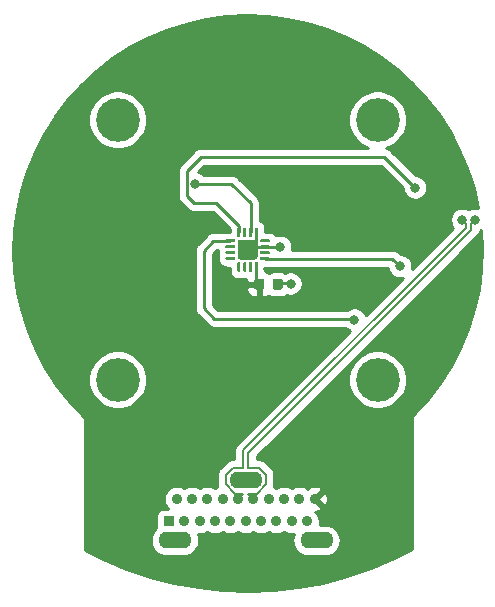
<source format=gbr>
%TF.GenerationSoftware,KiCad,Pcbnew,(5.1.12)-1*%
%TF.CreationDate,2021-11-30T21:21:33-06:00*%
%TF.ProjectId,MA710_encoder,4d413731-305f-4656-9e63-6f6465722e6b,rev?*%
%TF.SameCoordinates,Original*%
%TF.FileFunction,Copper,L2,Bot*%
%TF.FilePolarity,Positive*%
%FSLAX46Y46*%
G04 Gerber Fmt 4.6, Leading zero omitted, Abs format (unit mm)*
G04 Created by KiCad (PCBNEW (5.1.12)-1) date 2021-11-30 21:21:33*
%MOMM*%
%LPD*%
G01*
G04 APERTURE LIST*
%TA.AperFunction,ComponentPad*%
%ADD10R,0.900000X0.900000*%
%TD*%
%TA.AperFunction,ComponentPad*%
%ADD11C,0.900000*%
%TD*%
%TA.AperFunction,ComponentPad*%
%ADD12O,2.800000X1.400000*%
%TD*%
%TA.AperFunction,ViaPad*%
%ADD13C,3.700000*%
%TD*%
%TA.AperFunction,ViaPad*%
%ADD14C,0.800000*%
%TD*%
%TA.AperFunction,Conductor*%
%ADD15C,0.250000*%
%TD*%
%TA.AperFunction,Conductor*%
%ADD16C,0.200000*%
%TD*%
%TA.AperFunction,Conductor*%
%ADD17C,0.254000*%
%TD*%
%TA.AperFunction,Conductor*%
%ADD18C,0.100000*%
%TD*%
G04 APERTURE END LIST*
D10*
%TO.P,J4,1*%
%TO.N,SPI6_MISO_+*%
X157838000Y-138501000D03*
D11*
%TO.P,J4,2*%
%TO.N,GND*%
X158488000Y-136581000D03*
%TO.P,J4,3*%
%TO.N,SPI6_MISO_-*%
X159138000Y-138501000D03*
%TO.P,J4,4*%
%TO.N,SPI6_MOSI_+*%
X159788000Y-136581000D03*
%TO.P,J4,5*%
%TO.N,GND*%
X160438000Y-138501000D03*
%TO.P,J4,6*%
%TO.N,SPI6_MOSI_-*%
X161088000Y-136581000D03*
%TO.P,J4,7*%
%TO.N,SPI6_SCK_+*%
X161738000Y-138501000D03*
%TO.P,J4,8*%
%TO.N,GND*%
X162388000Y-136581000D03*
%TO.P,J4,9*%
%TO.N,SPI6_SCK_-*%
X163038000Y-138501000D03*
%TO.P,J4,10*%
%TO.N,SPI6_nSS_+*%
X163688000Y-136581000D03*
%TO.P,J4,11*%
%TO.N,GND*%
X164338000Y-138501000D03*
%TO.P,J4,12*%
%TO.N,SPI6_nSS_-*%
X164988000Y-136581000D03*
%TO.P,J4,13*%
%TO.N,N/C*%
X165638000Y-138501000D03*
%TO.P,J4,14*%
X166288000Y-136581000D03*
%TO.P,J4,15*%
X166938000Y-138501000D03*
%TO.P,J4,16*%
X167588000Y-136581000D03*
%TO.P,J4,17*%
X168238000Y-138501000D03*
%TO.P,J4,18*%
X168888000Y-136581000D03*
%TO.P,J4,19*%
%TO.N,GND*%
X169538000Y-138501000D03*
%TO.P,J4,20*%
%TO.N,+3V3*%
X170188000Y-136581000D03*
D12*
%TO.P,J4,SH3*%
%TO.N,N/C*%
X164338000Y-134961000D03*
%TO.P,J4,SH2*%
X170338000Y-140121000D03*
%TO.P,J4,SH1*%
X158338000Y-140121000D03*
%TD*%
%TO.P,U1,16*%
%TO.N,N/C*%
%TA.AperFunction,SMDPad,CuDef*%
G36*
G01*
X163625000Y-117312500D02*
X163625000Y-116612500D01*
G75*
G02*
X163687500Y-116550000I62500J0D01*
G01*
X163812500Y-116550000D01*
G75*
G02*
X163875000Y-116612500I0J-62500D01*
G01*
X163875000Y-117312500D01*
G75*
G02*
X163812500Y-117375000I-62500J0D01*
G01*
X163687500Y-117375000D01*
G75*
G02*
X163625000Y-117312500I0J62500D01*
G01*
G37*
%TD.AperFunction*%
%TO.P,U1,15*%
%TA.AperFunction,SMDPad,CuDef*%
G36*
G01*
X164125000Y-117312500D02*
X164125000Y-116612500D01*
G75*
G02*
X164187500Y-116550000I62500J0D01*
G01*
X164312500Y-116550000D01*
G75*
G02*
X164375000Y-116612500I0J-62500D01*
G01*
X164375000Y-117312500D01*
G75*
G02*
X164312500Y-117375000I-62500J0D01*
G01*
X164187500Y-117375000D01*
G75*
G02*
X164125000Y-117312500I0J62500D01*
G01*
G37*
%TD.AperFunction*%
%TO.P,U1,14*%
%TA.AperFunction,SMDPad,CuDef*%
G36*
G01*
X164625000Y-117312500D02*
X164625000Y-116612500D01*
G75*
G02*
X164687500Y-116550000I62500J0D01*
G01*
X164812500Y-116550000D01*
G75*
G02*
X164875000Y-116612500I0J-62500D01*
G01*
X164875000Y-117312500D01*
G75*
G02*
X164812500Y-117375000I-62500J0D01*
G01*
X164687500Y-117375000D01*
G75*
G02*
X164625000Y-117312500I0J62500D01*
G01*
G37*
%TD.AperFunction*%
%TO.P,U1,13*%
%TO.N,+3V3*%
%TA.AperFunction,SMDPad,CuDef*%
G36*
G01*
X165125000Y-117312500D02*
X165125000Y-116612500D01*
G75*
G02*
X165187500Y-116550000I62500J0D01*
G01*
X165312500Y-116550000D01*
G75*
G02*
X165375000Y-116612500I0J-62500D01*
G01*
X165375000Y-117312500D01*
G75*
G02*
X165312500Y-117375000I-62500J0D01*
G01*
X165187500Y-117375000D01*
G75*
G02*
X165125000Y-117312500I0J62500D01*
G01*
G37*
%TD.AperFunction*%
%TO.P,U1,12*%
%TO.N,SPI6_SCK*%
%TA.AperFunction,SMDPad,CuDef*%
G36*
G01*
X165550000Y-116312500D02*
X165550000Y-116187500D01*
G75*
G02*
X165612500Y-116125000I62500J0D01*
G01*
X166312500Y-116125000D01*
G75*
G02*
X166375000Y-116187500I0J-62500D01*
G01*
X166375000Y-116312500D01*
G75*
G02*
X166312500Y-116375000I-62500J0D01*
G01*
X165612500Y-116375000D01*
G75*
G02*
X165550000Y-116312500I0J62500D01*
G01*
G37*
%TD.AperFunction*%
%TO.P,U1,11*%
%TO.N,N/C*%
%TA.AperFunction,SMDPad,CuDef*%
G36*
G01*
X165550000Y-115812500D02*
X165550000Y-115687500D01*
G75*
G02*
X165612500Y-115625000I62500J0D01*
G01*
X166312500Y-115625000D01*
G75*
G02*
X166375000Y-115687500I0J-62500D01*
G01*
X166375000Y-115812500D01*
G75*
G02*
X166312500Y-115875000I-62500J0D01*
G01*
X165612500Y-115875000D01*
G75*
G02*
X165550000Y-115812500I0J62500D01*
G01*
G37*
%TD.AperFunction*%
%TO.P,U1,10*%
%TO.N,GND*%
%TA.AperFunction,SMDPad,CuDef*%
G36*
G01*
X165550000Y-115312500D02*
X165550000Y-115187500D01*
G75*
G02*
X165612500Y-115125000I62500J0D01*
G01*
X166312500Y-115125000D01*
G75*
G02*
X166375000Y-115187500I0J-62500D01*
G01*
X166375000Y-115312500D01*
G75*
G02*
X166312500Y-115375000I-62500J0D01*
G01*
X165612500Y-115375000D01*
G75*
G02*
X165550000Y-115312500I0J62500D01*
G01*
G37*
%TD.AperFunction*%
%TO.P,U1,9*%
%TO.N,N/C*%
%TA.AperFunction,SMDPad,CuDef*%
G36*
G01*
X165550000Y-114812500D02*
X165550000Y-114687500D01*
G75*
G02*
X165612500Y-114625000I62500J0D01*
G01*
X166312500Y-114625000D01*
G75*
G02*
X166375000Y-114687500I0J-62500D01*
G01*
X166375000Y-114812500D01*
G75*
G02*
X166312500Y-114875000I-62500J0D01*
G01*
X165612500Y-114875000D01*
G75*
G02*
X165550000Y-114812500I0J62500D01*
G01*
G37*
%TD.AperFunction*%
%TO.P,U1,8*%
%TO.N,GND*%
%TA.AperFunction,SMDPad,CuDef*%
G36*
G01*
X165125000Y-114387500D02*
X165125000Y-113687500D01*
G75*
G02*
X165187500Y-113625000I62500J0D01*
G01*
X165312500Y-113625000D01*
G75*
G02*
X165375000Y-113687500I0J-62500D01*
G01*
X165375000Y-114387500D01*
G75*
G02*
X165312500Y-114450000I-62500J0D01*
G01*
X165187500Y-114450000D01*
G75*
G02*
X165125000Y-114387500I0J62500D01*
G01*
G37*
%TD.AperFunction*%
%TO.P,U1,7*%
%TO.N,SPI6_MISO*%
%TA.AperFunction,SMDPad,CuDef*%
G36*
G01*
X164625000Y-114387500D02*
X164625000Y-113687500D01*
G75*
G02*
X164687500Y-113625000I62500J0D01*
G01*
X164812500Y-113625000D01*
G75*
G02*
X164875000Y-113687500I0J-62500D01*
G01*
X164875000Y-114387500D01*
G75*
G02*
X164812500Y-114450000I-62500J0D01*
G01*
X164687500Y-114450000D01*
G75*
G02*
X164625000Y-114387500I0J62500D01*
G01*
G37*
%TD.AperFunction*%
%TO.P,U1,6*%
%TO.N,N/C*%
%TA.AperFunction,SMDPad,CuDef*%
G36*
G01*
X164125000Y-114387500D02*
X164125000Y-113687500D01*
G75*
G02*
X164187500Y-113625000I62500J0D01*
G01*
X164312500Y-113625000D01*
G75*
G02*
X164375000Y-113687500I0J-62500D01*
G01*
X164375000Y-114387500D01*
G75*
G02*
X164312500Y-114450000I-62500J0D01*
G01*
X164187500Y-114450000D01*
G75*
G02*
X164125000Y-114387500I0J62500D01*
G01*
G37*
%TD.AperFunction*%
%TO.P,U1,5*%
%TO.N,SPI6_nSS*%
%TA.AperFunction,SMDPad,CuDef*%
G36*
G01*
X163625000Y-114387500D02*
X163625000Y-113687500D01*
G75*
G02*
X163687500Y-113625000I62500J0D01*
G01*
X163812500Y-113625000D01*
G75*
G02*
X163875000Y-113687500I0J-62500D01*
G01*
X163875000Y-114387500D01*
G75*
G02*
X163812500Y-114450000I-62500J0D01*
G01*
X163687500Y-114450000D01*
G75*
G02*
X163625000Y-114387500I0J62500D01*
G01*
G37*
%TD.AperFunction*%
%TO.P,U1,4*%
%TO.N,SPI6_MOSI*%
%TA.AperFunction,SMDPad,CuDef*%
G36*
G01*
X162625000Y-114812500D02*
X162625000Y-114687500D01*
G75*
G02*
X162687500Y-114625000I62500J0D01*
G01*
X163387500Y-114625000D01*
G75*
G02*
X163450000Y-114687500I0J-62500D01*
G01*
X163450000Y-114812500D01*
G75*
G02*
X163387500Y-114875000I-62500J0D01*
G01*
X162687500Y-114875000D01*
G75*
G02*
X162625000Y-114812500I0J62500D01*
G01*
G37*
%TD.AperFunction*%
%TO.P,U1,3*%
%TO.N,N/C*%
%TA.AperFunction,SMDPad,CuDef*%
G36*
G01*
X162625000Y-115312500D02*
X162625000Y-115187500D01*
G75*
G02*
X162687500Y-115125000I62500J0D01*
G01*
X163387500Y-115125000D01*
G75*
G02*
X163450000Y-115187500I0J-62500D01*
G01*
X163450000Y-115312500D01*
G75*
G02*
X163387500Y-115375000I-62500J0D01*
G01*
X162687500Y-115375000D01*
G75*
G02*
X162625000Y-115312500I0J62500D01*
G01*
G37*
%TD.AperFunction*%
%TO.P,U1,2*%
%TA.AperFunction,SMDPad,CuDef*%
G36*
G01*
X162625000Y-115812500D02*
X162625000Y-115687500D01*
G75*
G02*
X162687500Y-115625000I62500J0D01*
G01*
X163387500Y-115625000D01*
G75*
G02*
X163450000Y-115687500I0J-62500D01*
G01*
X163450000Y-115812500D01*
G75*
G02*
X163387500Y-115875000I-62500J0D01*
G01*
X162687500Y-115875000D01*
G75*
G02*
X162625000Y-115812500I0J62500D01*
G01*
G37*
%TD.AperFunction*%
%TO.P,U1,1*%
%TA.AperFunction,SMDPad,CuDef*%
G36*
G01*
X162625000Y-116312500D02*
X162625000Y-116187500D01*
G75*
G02*
X162687500Y-116125000I62500J0D01*
G01*
X163387500Y-116125000D01*
G75*
G02*
X163450000Y-116187500I0J-62500D01*
G01*
X163450000Y-116312500D01*
G75*
G02*
X163387500Y-116375000I-62500J0D01*
G01*
X162687500Y-116375000D01*
G75*
G02*
X162625000Y-116312500I0J62500D01*
G01*
G37*
%TD.AperFunction*%
%TO.P,U1,17*%
%TO.N,GND*%
%TA.AperFunction,SMDPad,CuDef*%
G36*
G01*
X163650000Y-116100000D02*
X163650000Y-114900000D01*
G75*
G02*
X163900000Y-114650000I250000J0D01*
G01*
X165100000Y-114650000D01*
G75*
G02*
X165350000Y-114900000I0J-250000D01*
G01*
X165350000Y-116100000D01*
G75*
G02*
X165100000Y-116350000I-250000J0D01*
G01*
X163900000Y-116350000D01*
G75*
G02*
X163650000Y-116100000I0J250000D01*
G01*
G37*
%TD.AperFunction*%
%TD*%
%TO.P,C1,2*%
%TO.N,GND*%
%TA.AperFunction,SMDPad,CuDef*%
G36*
G01*
X166608340Y-118683750D02*
X166608340Y-118171250D01*
G75*
G02*
X166827090Y-117952500I218750J0D01*
G01*
X167264590Y-117952500D01*
G75*
G02*
X167483340Y-118171250I0J-218750D01*
G01*
X167483340Y-118683750D01*
G75*
G02*
X167264590Y-118902500I-218750J0D01*
G01*
X166827090Y-118902500D01*
G75*
G02*
X166608340Y-118683750I0J218750D01*
G01*
G37*
%TD.AperFunction*%
%TO.P,C1,1*%
%TO.N,+3V3*%
%TA.AperFunction,SMDPad,CuDef*%
G36*
G01*
X165033340Y-118683750D02*
X165033340Y-118171250D01*
G75*
G02*
X165252090Y-117952500I218750J0D01*
G01*
X165689590Y-117952500D01*
G75*
G02*
X165908340Y-118171250I0J-218750D01*
G01*
X165908340Y-118683750D01*
G75*
G02*
X165689590Y-118902500I-218750J0D01*
G01*
X165252090Y-118902500D01*
G75*
G02*
X165033340Y-118683750I0J218750D01*
G01*
G37*
%TD.AperFunction*%
%TD*%
D13*
%TO.N,*%
X175500000Y-104500000D03*
X175500000Y-126500000D03*
X153500000Y-126500000D03*
X153500000Y-104500000D03*
D14*
%TO.N,GND*%
X168148000Y-118364000D03*
X167259000Y-115252500D03*
%TO.N,+3V3*%
X159956500Y-98425000D03*
X172402500Y-109791500D03*
X168993767Y-117386460D03*
%TO.N,SPI6_nSS_-*%
X183722500Y-112966500D03*
%TO.N,SPI6_nSS_+*%
X182672500Y-112966500D03*
%TO.N,SPI6_MISO*%
X160083500Y-109918500D03*
%TO.N,SPI6_SCK*%
X177419000Y-116903500D03*
%TO.N,SPI6_nSS*%
X178689000Y-110236000D03*
%TO.N,SPI6_MOSI*%
X173545500Y-121412000D03*
%TD*%
D15*
%TO.N,GND*%
X164750000Y-115250000D02*
X164500000Y-115500000D01*
X165962500Y-115250000D02*
X164750000Y-115250000D01*
X165224990Y-114775010D02*
X164500000Y-115500000D01*
X165224990Y-114062510D02*
X165224990Y-114775010D01*
X165250000Y-114037500D02*
X165224990Y-114062510D01*
X168112440Y-118328440D02*
X168148000Y-118364000D01*
X167045840Y-118328440D02*
X168112440Y-118328440D01*
X167256500Y-115250000D02*
X167259000Y-115252500D01*
X165962500Y-115250000D02*
X167256500Y-115250000D01*
%TO.N,+3V3*%
X165250000Y-118107600D02*
X165470840Y-118328440D01*
X165250000Y-116962500D02*
X165250000Y-118107600D01*
D16*
%TO.N,SPI6_nSS_-*%
X164563000Y-133960990D02*
X164563000Y-132681200D01*
X164988000Y-136581000D02*
X164563000Y-136156000D01*
X164563000Y-136156000D02*
X165257227Y-136156000D01*
X165257227Y-136156000D02*
X166038010Y-135375217D01*
X166038010Y-135375217D02*
X166038010Y-134546783D01*
X166038010Y-134546783D02*
X165452217Y-133960990D01*
X165452217Y-133960990D02*
X164563000Y-133960990D01*
X183422500Y-113266500D02*
X183722500Y-112966500D01*
X164563000Y-132681200D02*
X183422500Y-113821700D01*
X183422500Y-113821700D02*
X183422500Y-113266500D01*
%TO.N,SPI6_nSS_+*%
X163688000Y-136581000D02*
X164113000Y-136156000D01*
X164113000Y-136156000D02*
X163418773Y-136156000D01*
X163418773Y-136156000D02*
X162637990Y-135375217D01*
X162637990Y-134546783D02*
X163223783Y-133960990D01*
X163223783Y-133960990D02*
X164113000Y-133960990D01*
X164113000Y-133960990D02*
X164113000Y-132494800D01*
X162637990Y-135375217D02*
X162637990Y-134546783D01*
X182972500Y-113266500D02*
X182672500Y-112966500D01*
X182972500Y-113635300D02*
X182972500Y-113266500D01*
X164113000Y-132494800D02*
X182972500Y-113635300D01*
D15*
%TO.N,SPI6_MISO*%
X164750000Y-114037500D02*
X164750000Y-111537000D01*
X163131500Y-109918500D02*
X160083500Y-109918500D01*
X164750000Y-111537000D02*
X163131500Y-109918500D01*
%TO.N,SPI6_SCK*%
X176765500Y-116250000D02*
X177419000Y-116903500D01*
X165962500Y-116250000D02*
X176765500Y-116250000D01*
%TO.N,SPI6_nSS*%
X163750000Y-114037500D02*
X163750000Y-113458000D01*
X163750000Y-113458000D02*
X161861500Y-111569500D01*
X161861500Y-111569500D02*
X159956500Y-111569500D01*
X159358499Y-110971499D02*
X159358499Y-108802001D01*
X159956500Y-111569500D02*
X159358499Y-110971499D01*
X159358499Y-108802001D02*
X160528000Y-107632500D01*
X176085500Y-107632500D02*
X178689000Y-110236000D01*
X160528000Y-107632500D02*
X176085500Y-107632500D01*
%TO.N,SPI6_MOSI*%
X173482000Y-121348500D02*
X173545500Y-121412000D01*
X161671000Y-121348500D02*
X173482000Y-121348500D01*
X160782000Y-120459500D02*
X161671000Y-121348500D01*
X160782000Y-115570000D02*
X160782000Y-120459500D01*
X161602000Y-114750000D02*
X160782000Y-115570000D01*
X163037500Y-114750000D02*
X161602000Y-114750000D01*
%TD*%
D17*
%TO.N,+3V3*%
X166127512Y-95727496D02*
X167844612Y-95944584D01*
X169536248Y-96310499D01*
X171189557Y-96822459D01*
X172791964Y-97476569D01*
X174331260Y-98267847D01*
X175795728Y-99190271D01*
X177174224Y-100236816D01*
X178456268Y-101399528D01*
X179632106Y-102669563D01*
X180692764Y-104037228D01*
X181630191Y-105492139D01*
X182437249Y-107023220D01*
X183107792Y-108618808D01*
X183636719Y-110266768D01*
X184020006Y-111954567D01*
X184022234Y-111970844D01*
X183824439Y-111931500D01*
X183620561Y-111931500D01*
X183420602Y-111971274D01*
X183232244Y-112049295D01*
X183197500Y-112072510D01*
X183162756Y-112049295D01*
X182974398Y-111971274D01*
X182774439Y-111931500D01*
X182570561Y-111931500D01*
X182370602Y-111971274D01*
X182182244Y-112049295D01*
X182012726Y-112162563D01*
X181868563Y-112306726D01*
X181755295Y-112476244D01*
X181677274Y-112664602D01*
X181637500Y-112864561D01*
X181637500Y-113068439D01*
X181677274Y-113268398D01*
X181755295Y-113456756D01*
X181868563Y-113626274D01*
X181905321Y-113663032D01*
X178426957Y-117141397D01*
X178454000Y-117005439D01*
X178454000Y-116801561D01*
X178414226Y-116601602D01*
X178336205Y-116413244D01*
X178222937Y-116243726D01*
X178078774Y-116099563D01*
X177909256Y-115986295D01*
X177720898Y-115908274D01*
X177520939Y-115868500D01*
X177458801Y-115868500D01*
X177329303Y-115739002D01*
X177305501Y-115709999D01*
X177189776Y-115615026D01*
X177057747Y-115544454D01*
X176914486Y-115500997D01*
X176802833Y-115490000D01*
X176802822Y-115490000D01*
X176765500Y-115486324D01*
X176728178Y-115490000D01*
X168267035Y-115490000D01*
X168294000Y-115354439D01*
X168294000Y-115150561D01*
X168254226Y-114950602D01*
X168176205Y-114762244D01*
X168062937Y-114592726D01*
X167918774Y-114448563D01*
X167749256Y-114335295D01*
X167560898Y-114257274D01*
X167360939Y-114217500D01*
X167157061Y-114217500D01*
X166957102Y-114257274D01*
X166885641Y-114286874D01*
X166807879Y-114192121D01*
X166701717Y-114104996D01*
X166580597Y-114040256D01*
X166449175Y-114000389D01*
X166312500Y-113986928D01*
X166013072Y-113986928D01*
X166013072Y-113687500D01*
X165999611Y-113550825D01*
X165959744Y-113419403D01*
X165895004Y-113298283D01*
X165807879Y-113192121D01*
X165701717Y-113104996D01*
X165580597Y-113040256D01*
X165510000Y-113018840D01*
X165510000Y-111574325D01*
X165513676Y-111537000D01*
X165510000Y-111499675D01*
X165510000Y-111499667D01*
X165499003Y-111388014D01*
X165455546Y-111244753D01*
X165384974Y-111112724D01*
X165290001Y-110996999D01*
X165261003Y-110973201D01*
X163695304Y-109407503D01*
X163671501Y-109378499D01*
X163555776Y-109283526D01*
X163423747Y-109212954D01*
X163280486Y-109169497D01*
X163168833Y-109158500D01*
X163168822Y-109158500D01*
X163131500Y-109154824D01*
X163094178Y-109158500D01*
X160787211Y-109158500D01*
X160743274Y-109114563D01*
X160573756Y-109001295D01*
X160385398Y-108923274D01*
X160324200Y-108911101D01*
X160842802Y-108392500D01*
X175770699Y-108392500D01*
X177654000Y-110275802D01*
X177654000Y-110337939D01*
X177693774Y-110537898D01*
X177771795Y-110726256D01*
X177885063Y-110895774D01*
X178029226Y-111039937D01*
X178198744Y-111153205D01*
X178387102Y-111231226D01*
X178587061Y-111271000D01*
X178790939Y-111271000D01*
X178990898Y-111231226D01*
X179179256Y-111153205D01*
X179348774Y-111039937D01*
X179492937Y-110895774D01*
X179606205Y-110726256D01*
X179684226Y-110537898D01*
X179724000Y-110337939D01*
X179724000Y-110134061D01*
X179684226Y-109934102D01*
X179606205Y-109745744D01*
X179492937Y-109576226D01*
X179348774Y-109432063D01*
X179179256Y-109318795D01*
X178990898Y-109240774D01*
X178790939Y-109201000D01*
X178728802Y-109201000D01*
X176649304Y-107121503D01*
X176625501Y-107092499D01*
X176509776Y-106997526D01*
X176377747Y-106926954D01*
X176237293Y-106884348D01*
X176677089Y-106702179D01*
X177084095Y-106430226D01*
X177430226Y-106084095D01*
X177702179Y-105677089D01*
X177889503Y-105224848D01*
X177985000Y-104744751D01*
X177985000Y-104255249D01*
X177889503Y-103775152D01*
X177702179Y-103322911D01*
X177430226Y-102915905D01*
X177084095Y-102569774D01*
X176677089Y-102297821D01*
X176224848Y-102110497D01*
X175744751Y-102015000D01*
X175255249Y-102015000D01*
X174775152Y-102110497D01*
X174322911Y-102297821D01*
X173915905Y-102569774D01*
X173569774Y-102915905D01*
X173297821Y-103322911D01*
X173110497Y-103775152D01*
X173015000Y-104255249D01*
X173015000Y-104744751D01*
X173110497Y-105224848D01*
X173297821Y-105677089D01*
X173569774Y-106084095D01*
X173915905Y-106430226D01*
X174322911Y-106702179D01*
X174734103Y-106872500D01*
X160565322Y-106872500D01*
X160527999Y-106868824D01*
X160490676Y-106872500D01*
X160490667Y-106872500D01*
X160379014Y-106883497D01*
X160235753Y-106926954D01*
X160103724Y-106997526D01*
X159987999Y-107092499D01*
X159964201Y-107121497D01*
X158847497Y-108238202D01*
X158818499Y-108262000D01*
X158794701Y-108290998D01*
X158794700Y-108290999D01*
X158723525Y-108377725D01*
X158652953Y-108509755D01*
X158609497Y-108653016D01*
X158594823Y-108802001D01*
X158598500Y-108839333D01*
X158598499Y-110934176D01*
X158594823Y-110971499D01*
X158598499Y-111008821D01*
X158598499Y-111008831D01*
X158609496Y-111120484D01*
X158643089Y-111231226D01*
X158652953Y-111263745D01*
X158723525Y-111395775D01*
X158763370Y-111444325D01*
X158818498Y-111511500D01*
X158847501Y-111535302D01*
X159392700Y-112080502D01*
X159416499Y-112109501D01*
X159445497Y-112133299D01*
X159532223Y-112204474D01*
X159609379Y-112245715D01*
X159664253Y-112275046D01*
X159807514Y-112318503D01*
X159919167Y-112329500D01*
X159919176Y-112329500D01*
X159956499Y-112333176D01*
X159993822Y-112329500D01*
X161546699Y-112329500D01*
X162986928Y-113769730D01*
X162986928Y-113986928D01*
X162687500Y-113986928D01*
X162656309Y-113990000D01*
X161639322Y-113990000D01*
X161601999Y-113986324D01*
X161564676Y-113990000D01*
X161564667Y-113990000D01*
X161453014Y-114000997D01*
X161323592Y-114040256D01*
X161309753Y-114044454D01*
X161177723Y-114115026D01*
X161154550Y-114134044D01*
X161061999Y-114209999D01*
X161038201Y-114238998D01*
X160271002Y-115006197D01*
X160241999Y-115029999D01*
X160195317Y-115086882D01*
X160147026Y-115145724D01*
X160089953Y-115252500D01*
X160076454Y-115277754D01*
X160032997Y-115421015D01*
X160022000Y-115532668D01*
X160022000Y-115532678D01*
X160018324Y-115570000D01*
X160022000Y-115607323D01*
X160022001Y-120422168D01*
X160018324Y-120459500D01*
X160022001Y-120496833D01*
X160032729Y-120605749D01*
X160032998Y-120608485D01*
X160076454Y-120751746D01*
X160147026Y-120883776D01*
X160218201Y-120970502D01*
X160242000Y-120999501D01*
X160270998Y-121023299D01*
X161107200Y-121859502D01*
X161130999Y-121888501D01*
X161246724Y-121983474D01*
X161378753Y-122054046D01*
X161522014Y-122097503D01*
X161633667Y-122108500D01*
X161633677Y-122108500D01*
X161671000Y-122112176D01*
X161708323Y-122108500D01*
X172778289Y-122108500D01*
X172885726Y-122215937D01*
X173055244Y-122329205D01*
X173185284Y-122383070D01*
X163618808Y-131949546D01*
X163590763Y-131972562D01*
X163498914Y-132084480D01*
X163459103Y-132158962D01*
X163430664Y-132212167D01*
X163388635Y-132350715D01*
X163374444Y-132494800D01*
X163378001Y-132530915D01*
X163378001Y-133225990D01*
X163259877Y-133225990D01*
X163223782Y-133222435D01*
X163187687Y-133225990D01*
X163187678Y-133225990D01*
X163079698Y-133236625D01*
X162941150Y-133278653D01*
X162813463Y-133346903D01*
X162701545Y-133438752D01*
X162678529Y-133466797D01*
X162143798Y-134001529D01*
X162115753Y-134024545D01*
X162023904Y-134136463D01*
X161966626Y-134243623D01*
X161955654Y-134264150D01*
X161913625Y-134402698D01*
X161899434Y-134546783D01*
X161902990Y-134582888D01*
X161902990Y-135339112D01*
X161899434Y-135375217D01*
X161913625Y-135519302D01*
X161921259Y-135544468D01*
X161936207Y-135593743D01*
X161874060Y-135619485D01*
X161738000Y-135710397D01*
X161601940Y-135619485D01*
X161404483Y-135537696D01*
X161194863Y-135496000D01*
X160981137Y-135496000D01*
X160771517Y-135537696D01*
X160574060Y-135619485D01*
X160438000Y-135710397D01*
X160301940Y-135619485D01*
X160104483Y-135537696D01*
X159894863Y-135496000D01*
X159681137Y-135496000D01*
X159471517Y-135537696D01*
X159274060Y-135619485D01*
X159138000Y-135710397D01*
X159001940Y-135619485D01*
X158804483Y-135537696D01*
X158594863Y-135496000D01*
X158381137Y-135496000D01*
X158171517Y-135537696D01*
X157974060Y-135619485D01*
X157796353Y-135738225D01*
X157645225Y-135889353D01*
X157526485Y-136067060D01*
X157444696Y-136264517D01*
X157403000Y-136474137D01*
X157403000Y-136687863D01*
X157444696Y-136897483D01*
X157526485Y-137094940D01*
X157645225Y-137272647D01*
X157785506Y-137412928D01*
X157388000Y-137412928D01*
X157263518Y-137425188D01*
X157143820Y-137461498D01*
X157033506Y-137520463D01*
X156936815Y-137599815D01*
X156857463Y-137696506D01*
X156798498Y-137806820D01*
X156762188Y-137926518D01*
X156749928Y-138051000D01*
X156749928Y-138951000D01*
X156762188Y-139075482D01*
X156771239Y-139105319D01*
X156689445Y-139172445D01*
X156522618Y-139375725D01*
X156398653Y-139607646D01*
X156322317Y-139859294D01*
X156296541Y-140121000D01*
X156322317Y-140382706D01*
X156398653Y-140634354D01*
X156522618Y-140866275D01*
X156689445Y-141069555D01*
X156892725Y-141236382D01*
X157124646Y-141360347D01*
X157376294Y-141436683D01*
X157572421Y-141456000D01*
X159103579Y-141456000D01*
X159299706Y-141436683D01*
X159551354Y-141360347D01*
X159783275Y-141236382D01*
X159986555Y-141069555D01*
X160153382Y-140866275D01*
X160277347Y-140634354D01*
X160353683Y-140382706D01*
X160379459Y-140121000D01*
X160353683Y-139859294D01*
X160277347Y-139607646D01*
X160258001Y-139571452D01*
X160331137Y-139586000D01*
X160544863Y-139586000D01*
X160754483Y-139544304D01*
X160951940Y-139462515D01*
X161088000Y-139371603D01*
X161224060Y-139462515D01*
X161421517Y-139544304D01*
X161631137Y-139586000D01*
X161844863Y-139586000D01*
X162054483Y-139544304D01*
X162251940Y-139462515D01*
X162388000Y-139371603D01*
X162524060Y-139462515D01*
X162721517Y-139544304D01*
X162931137Y-139586000D01*
X163144863Y-139586000D01*
X163354483Y-139544304D01*
X163551940Y-139462515D01*
X163688000Y-139371603D01*
X163824060Y-139462515D01*
X164021517Y-139544304D01*
X164231137Y-139586000D01*
X164444863Y-139586000D01*
X164654483Y-139544304D01*
X164851940Y-139462515D01*
X164988000Y-139371603D01*
X165124060Y-139462515D01*
X165321517Y-139544304D01*
X165531137Y-139586000D01*
X165744863Y-139586000D01*
X165954483Y-139544304D01*
X166151940Y-139462515D01*
X166288000Y-139371603D01*
X166424060Y-139462515D01*
X166621517Y-139544304D01*
X166831137Y-139586000D01*
X167044863Y-139586000D01*
X167254483Y-139544304D01*
X167451940Y-139462515D01*
X167588000Y-139371603D01*
X167724060Y-139462515D01*
X167921517Y-139544304D01*
X168131137Y-139586000D01*
X168344863Y-139586000D01*
X168417999Y-139571452D01*
X168398653Y-139607646D01*
X168322317Y-139859294D01*
X168296541Y-140121000D01*
X168322317Y-140382706D01*
X168398653Y-140634354D01*
X168522618Y-140866275D01*
X168689445Y-141069555D01*
X168892725Y-141236382D01*
X169124646Y-141360347D01*
X169376294Y-141436683D01*
X169572421Y-141456000D01*
X171103579Y-141456000D01*
X171299706Y-141436683D01*
X171551354Y-141360347D01*
X171783275Y-141236382D01*
X171986555Y-141069555D01*
X172153382Y-140866275D01*
X172277347Y-140634354D01*
X172353683Y-140382706D01*
X172379459Y-140121000D01*
X172353683Y-139859294D01*
X172277347Y-139607646D01*
X172153382Y-139375725D01*
X171986555Y-139172445D01*
X171783275Y-139005618D01*
X171551354Y-138881653D01*
X171299706Y-138805317D01*
X171103579Y-138786000D01*
X170587566Y-138786000D01*
X170623000Y-138607863D01*
X170623000Y-138394137D01*
X170581304Y-138184517D01*
X170499515Y-137987060D01*
X170380775Y-137809353D01*
X170238704Y-137667282D01*
X170272390Y-137667979D01*
X170482828Y-137630629D01*
X170681936Y-137552943D01*
X170721725Y-137531675D01*
X170750717Y-137323322D01*
X170188000Y-136760605D01*
X170173858Y-136774748D01*
X169994253Y-136595143D01*
X170008395Y-136581000D01*
X170367605Y-136581000D01*
X170930322Y-137143717D01*
X171138675Y-137114725D01*
X171224532Y-136919003D01*
X171270556Y-136710290D01*
X171274979Y-136496610D01*
X171237629Y-136286172D01*
X171159943Y-136087064D01*
X171138675Y-136047275D01*
X170930322Y-136018283D01*
X170367605Y-136581000D01*
X170008395Y-136581000D01*
X169994253Y-136566858D01*
X170173858Y-136387253D01*
X170188000Y-136401395D01*
X170750717Y-135838678D01*
X170721725Y-135630325D01*
X170526003Y-135544468D01*
X170317290Y-135498444D01*
X170103610Y-135494021D01*
X169893172Y-135531371D01*
X169694064Y-135609057D01*
X169654275Y-135630325D01*
X169631979Y-135790557D01*
X169579647Y-135738225D01*
X169401940Y-135619485D01*
X169204483Y-135537696D01*
X168994863Y-135496000D01*
X168781137Y-135496000D01*
X168571517Y-135537696D01*
X168374060Y-135619485D01*
X168238000Y-135710397D01*
X168101940Y-135619485D01*
X167904483Y-135537696D01*
X167694863Y-135496000D01*
X167481137Y-135496000D01*
X167271517Y-135537696D01*
X167074060Y-135619485D01*
X166938000Y-135710397D01*
X166801940Y-135619485D01*
X166739794Y-135593743D01*
X166762375Y-135519302D01*
X166773010Y-135411322D01*
X166773010Y-135411321D01*
X166776566Y-135375217D01*
X166773010Y-135339112D01*
X166773010Y-134582877D01*
X166776565Y-134546782D01*
X166773010Y-134510687D01*
X166773010Y-134510678D01*
X166762375Y-134402698D01*
X166720347Y-134264150D01*
X166652097Y-134136463D01*
X166560248Y-134024545D01*
X166532203Y-134001529D01*
X165997475Y-133466802D01*
X165974455Y-133438752D01*
X165862537Y-133346903D01*
X165734850Y-133278653D01*
X165596302Y-133236625D01*
X165488322Y-133225990D01*
X165452217Y-133222434D01*
X165416112Y-133225990D01*
X165298000Y-133225990D01*
X165298000Y-132985646D01*
X172028397Y-126255249D01*
X173015000Y-126255249D01*
X173015000Y-126744751D01*
X173110497Y-127224848D01*
X173297821Y-127677089D01*
X173569774Y-128084095D01*
X173915905Y-128430226D01*
X174322911Y-128702179D01*
X174775152Y-128889503D01*
X175255249Y-128985000D01*
X175744751Y-128985000D01*
X176224848Y-128889503D01*
X176677089Y-128702179D01*
X177084095Y-128430226D01*
X177430226Y-128084095D01*
X177702179Y-127677089D01*
X177889503Y-127224848D01*
X177985000Y-126744751D01*
X177985000Y-126255249D01*
X177889503Y-125775152D01*
X177702179Y-125322911D01*
X177430226Y-124915905D01*
X177084095Y-124569774D01*
X176677089Y-124297821D01*
X176224848Y-124110497D01*
X175744751Y-124015000D01*
X175255249Y-124015000D01*
X174775152Y-124110497D01*
X174322911Y-124297821D01*
X173915905Y-124569774D01*
X173569774Y-124915905D01*
X173297821Y-125322911D01*
X173110497Y-125775152D01*
X173015000Y-126255249D01*
X172028397Y-126255249D01*
X183916698Y-114366949D01*
X183944737Y-114343938D01*
X183967750Y-114315897D01*
X183967753Y-114315894D01*
X184036587Y-114232020D01*
X184104837Y-114104334D01*
X184146865Y-113965785D01*
X184152490Y-113908668D01*
X184212756Y-113883705D01*
X184263538Y-113849773D01*
X184339111Y-115398035D01*
X184272504Y-117127513D01*
X184055416Y-118844614D01*
X183689500Y-120536250D01*
X183177538Y-122189566D01*
X182523431Y-123791963D01*
X181732155Y-125331254D01*
X180809735Y-126795721D01*
X179763184Y-128174224D01*
X178613774Y-129441600D01*
X178601130Y-129451974D01*
X178518636Y-129552458D01*
X178457332Y-129667105D01*
X178419571Y-129791508D01*
X178410005Y-129888471D01*
X178408184Y-140819567D01*
X176862734Y-141621580D01*
X174916438Y-142456853D01*
X172914187Y-143147342D01*
X170866745Y-143689336D01*
X168785114Y-144079921D01*
X166680458Y-144317004D01*
X164564114Y-144399308D01*
X162447393Y-144326393D01*
X160341728Y-144098651D01*
X158258382Y-143717305D01*
X156208544Y-143184397D01*
X154203263Y-142502802D01*
X152253252Y-141676159D01*
X150711525Y-140884906D01*
X150739081Y-130039258D01*
X150729777Y-129942270D01*
X150692353Y-129817764D01*
X150631360Y-129702952D01*
X150549138Y-129602245D01*
X150533203Y-129589100D01*
X149367900Y-128330443D01*
X148307236Y-126962772D01*
X147851366Y-126255249D01*
X151015000Y-126255249D01*
X151015000Y-126744751D01*
X151110497Y-127224848D01*
X151297821Y-127677089D01*
X151569774Y-128084095D01*
X151915905Y-128430226D01*
X152322911Y-128702179D01*
X152775152Y-128889503D01*
X153255249Y-128985000D01*
X153744751Y-128985000D01*
X154224848Y-128889503D01*
X154677089Y-128702179D01*
X155084095Y-128430226D01*
X155430226Y-128084095D01*
X155702179Y-127677089D01*
X155889503Y-127224848D01*
X155985000Y-126744751D01*
X155985000Y-126255249D01*
X155889503Y-125775152D01*
X155702179Y-125322911D01*
X155430226Y-124915905D01*
X155084095Y-124569774D01*
X154677089Y-124297821D01*
X154224848Y-124110497D01*
X153744751Y-124015000D01*
X153255249Y-124015000D01*
X152775152Y-124110497D01*
X152322911Y-124297821D01*
X151915905Y-124569774D01*
X151569774Y-124915905D01*
X151297821Y-125322911D01*
X151110497Y-125775152D01*
X151015000Y-126255249D01*
X147851366Y-126255249D01*
X147369806Y-125507857D01*
X146562749Y-123976776D01*
X145892208Y-122381192D01*
X145363280Y-120733230D01*
X144979994Y-119045433D01*
X144745269Y-117330669D01*
X144660889Y-115601965D01*
X144727496Y-113872488D01*
X144944584Y-112155388D01*
X145310499Y-110463752D01*
X145822459Y-108810443D01*
X146476569Y-107208036D01*
X147267847Y-105668740D01*
X148158162Y-104255249D01*
X151015000Y-104255249D01*
X151015000Y-104744751D01*
X151110497Y-105224848D01*
X151297821Y-105677089D01*
X151569774Y-106084095D01*
X151915905Y-106430226D01*
X152322911Y-106702179D01*
X152775152Y-106889503D01*
X153255249Y-106985000D01*
X153744751Y-106985000D01*
X154224848Y-106889503D01*
X154677089Y-106702179D01*
X155084095Y-106430226D01*
X155430226Y-106084095D01*
X155702179Y-105677089D01*
X155889503Y-105224848D01*
X155985000Y-104744751D01*
X155985000Y-104255249D01*
X155889503Y-103775152D01*
X155702179Y-103322911D01*
X155430226Y-102915905D01*
X155084095Y-102569774D01*
X154677089Y-102297821D01*
X154224848Y-102110497D01*
X153744751Y-102015000D01*
X153255249Y-102015000D01*
X152775152Y-102110497D01*
X152322911Y-102297821D01*
X151915905Y-102569774D01*
X151569774Y-102915905D01*
X151297821Y-103322911D01*
X151110497Y-103775152D01*
X151015000Y-104255249D01*
X148158162Y-104255249D01*
X148190271Y-104204272D01*
X149236816Y-102825776D01*
X150399528Y-101543732D01*
X151669563Y-100367894D01*
X153037228Y-99307236D01*
X154492139Y-98369809D01*
X156023220Y-97562751D01*
X157618808Y-96892208D01*
X159266768Y-96363281D01*
X160954567Y-95979994D01*
X162669331Y-95745269D01*
X164398035Y-95660889D01*
X166127512Y-95727496D01*
%TA.AperFunction,Conductor*%
D18*
G36*
X166127512Y-95727496D02*
G01*
X167844612Y-95944584D01*
X169536248Y-96310499D01*
X171189557Y-96822459D01*
X172791964Y-97476569D01*
X174331260Y-98267847D01*
X175795728Y-99190271D01*
X177174224Y-100236816D01*
X178456268Y-101399528D01*
X179632106Y-102669563D01*
X180692764Y-104037228D01*
X181630191Y-105492139D01*
X182437249Y-107023220D01*
X183107792Y-108618808D01*
X183636719Y-110266768D01*
X184020006Y-111954567D01*
X184022234Y-111970844D01*
X183824439Y-111931500D01*
X183620561Y-111931500D01*
X183420602Y-111971274D01*
X183232244Y-112049295D01*
X183197500Y-112072510D01*
X183162756Y-112049295D01*
X182974398Y-111971274D01*
X182774439Y-111931500D01*
X182570561Y-111931500D01*
X182370602Y-111971274D01*
X182182244Y-112049295D01*
X182012726Y-112162563D01*
X181868563Y-112306726D01*
X181755295Y-112476244D01*
X181677274Y-112664602D01*
X181637500Y-112864561D01*
X181637500Y-113068439D01*
X181677274Y-113268398D01*
X181755295Y-113456756D01*
X181868563Y-113626274D01*
X181905321Y-113663032D01*
X178426957Y-117141397D01*
X178454000Y-117005439D01*
X178454000Y-116801561D01*
X178414226Y-116601602D01*
X178336205Y-116413244D01*
X178222937Y-116243726D01*
X178078774Y-116099563D01*
X177909256Y-115986295D01*
X177720898Y-115908274D01*
X177520939Y-115868500D01*
X177458801Y-115868500D01*
X177329303Y-115739002D01*
X177305501Y-115709999D01*
X177189776Y-115615026D01*
X177057747Y-115544454D01*
X176914486Y-115500997D01*
X176802833Y-115490000D01*
X176802822Y-115490000D01*
X176765500Y-115486324D01*
X176728178Y-115490000D01*
X168267035Y-115490000D01*
X168294000Y-115354439D01*
X168294000Y-115150561D01*
X168254226Y-114950602D01*
X168176205Y-114762244D01*
X168062937Y-114592726D01*
X167918774Y-114448563D01*
X167749256Y-114335295D01*
X167560898Y-114257274D01*
X167360939Y-114217500D01*
X167157061Y-114217500D01*
X166957102Y-114257274D01*
X166885641Y-114286874D01*
X166807879Y-114192121D01*
X166701717Y-114104996D01*
X166580597Y-114040256D01*
X166449175Y-114000389D01*
X166312500Y-113986928D01*
X166013072Y-113986928D01*
X166013072Y-113687500D01*
X165999611Y-113550825D01*
X165959744Y-113419403D01*
X165895004Y-113298283D01*
X165807879Y-113192121D01*
X165701717Y-113104996D01*
X165580597Y-113040256D01*
X165510000Y-113018840D01*
X165510000Y-111574325D01*
X165513676Y-111537000D01*
X165510000Y-111499675D01*
X165510000Y-111499667D01*
X165499003Y-111388014D01*
X165455546Y-111244753D01*
X165384974Y-111112724D01*
X165290001Y-110996999D01*
X165261003Y-110973201D01*
X163695304Y-109407503D01*
X163671501Y-109378499D01*
X163555776Y-109283526D01*
X163423747Y-109212954D01*
X163280486Y-109169497D01*
X163168833Y-109158500D01*
X163168822Y-109158500D01*
X163131500Y-109154824D01*
X163094178Y-109158500D01*
X160787211Y-109158500D01*
X160743274Y-109114563D01*
X160573756Y-109001295D01*
X160385398Y-108923274D01*
X160324200Y-108911101D01*
X160842802Y-108392500D01*
X175770699Y-108392500D01*
X177654000Y-110275802D01*
X177654000Y-110337939D01*
X177693774Y-110537898D01*
X177771795Y-110726256D01*
X177885063Y-110895774D01*
X178029226Y-111039937D01*
X178198744Y-111153205D01*
X178387102Y-111231226D01*
X178587061Y-111271000D01*
X178790939Y-111271000D01*
X178990898Y-111231226D01*
X179179256Y-111153205D01*
X179348774Y-111039937D01*
X179492937Y-110895774D01*
X179606205Y-110726256D01*
X179684226Y-110537898D01*
X179724000Y-110337939D01*
X179724000Y-110134061D01*
X179684226Y-109934102D01*
X179606205Y-109745744D01*
X179492937Y-109576226D01*
X179348774Y-109432063D01*
X179179256Y-109318795D01*
X178990898Y-109240774D01*
X178790939Y-109201000D01*
X178728802Y-109201000D01*
X176649304Y-107121503D01*
X176625501Y-107092499D01*
X176509776Y-106997526D01*
X176377747Y-106926954D01*
X176237293Y-106884348D01*
X176677089Y-106702179D01*
X177084095Y-106430226D01*
X177430226Y-106084095D01*
X177702179Y-105677089D01*
X177889503Y-105224848D01*
X177985000Y-104744751D01*
X177985000Y-104255249D01*
X177889503Y-103775152D01*
X177702179Y-103322911D01*
X177430226Y-102915905D01*
X177084095Y-102569774D01*
X176677089Y-102297821D01*
X176224848Y-102110497D01*
X175744751Y-102015000D01*
X175255249Y-102015000D01*
X174775152Y-102110497D01*
X174322911Y-102297821D01*
X173915905Y-102569774D01*
X173569774Y-102915905D01*
X173297821Y-103322911D01*
X173110497Y-103775152D01*
X173015000Y-104255249D01*
X173015000Y-104744751D01*
X173110497Y-105224848D01*
X173297821Y-105677089D01*
X173569774Y-106084095D01*
X173915905Y-106430226D01*
X174322911Y-106702179D01*
X174734103Y-106872500D01*
X160565322Y-106872500D01*
X160527999Y-106868824D01*
X160490676Y-106872500D01*
X160490667Y-106872500D01*
X160379014Y-106883497D01*
X160235753Y-106926954D01*
X160103724Y-106997526D01*
X159987999Y-107092499D01*
X159964201Y-107121497D01*
X158847497Y-108238202D01*
X158818499Y-108262000D01*
X158794701Y-108290998D01*
X158794700Y-108290999D01*
X158723525Y-108377725D01*
X158652953Y-108509755D01*
X158609497Y-108653016D01*
X158594823Y-108802001D01*
X158598500Y-108839333D01*
X158598499Y-110934176D01*
X158594823Y-110971499D01*
X158598499Y-111008821D01*
X158598499Y-111008831D01*
X158609496Y-111120484D01*
X158643089Y-111231226D01*
X158652953Y-111263745D01*
X158723525Y-111395775D01*
X158763370Y-111444325D01*
X158818498Y-111511500D01*
X158847501Y-111535302D01*
X159392700Y-112080502D01*
X159416499Y-112109501D01*
X159445497Y-112133299D01*
X159532223Y-112204474D01*
X159609379Y-112245715D01*
X159664253Y-112275046D01*
X159807514Y-112318503D01*
X159919167Y-112329500D01*
X159919176Y-112329500D01*
X159956499Y-112333176D01*
X159993822Y-112329500D01*
X161546699Y-112329500D01*
X162986928Y-113769730D01*
X162986928Y-113986928D01*
X162687500Y-113986928D01*
X162656309Y-113990000D01*
X161639322Y-113990000D01*
X161601999Y-113986324D01*
X161564676Y-113990000D01*
X161564667Y-113990000D01*
X161453014Y-114000997D01*
X161323592Y-114040256D01*
X161309753Y-114044454D01*
X161177723Y-114115026D01*
X161154550Y-114134044D01*
X161061999Y-114209999D01*
X161038201Y-114238998D01*
X160271002Y-115006197D01*
X160241999Y-115029999D01*
X160195317Y-115086882D01*
X160147026Y-115145724D01*
X160089953Y-115252500D01*
X160076454Y-115277754D01*
X160032997Y-115421015D01*
X160022000Y-115532668D01*
X160022000Y-115532678D01*
X160018324Y-115570000D01*
X160022000Y-115607323D01*
X160022001Y-120422168D01*
X160018324Y-120459500D01*
X160022001Y-120496833D01*
X160032729Y-120605749D01*
X160032998Y-120608485D01*
X160076454Y-120751746D01*
X160147026Y-120883776D01*
X160218201Y-120970502D01*
X160242000Y-120999501D01*
X160270998Y-121023299D01*
X161107200Y-121859502D01*
X161130999Y-121888501D01*
X161246724Y-121983474D01*
X161378753Y-122054046D01*
X161522014Y-122097503D01*
X161633667Y-122108500D01*
X161633677Y-122108500D01*
X161671000Y-122112176D01*
X161708323Y-122108500D01*
X172778289Y-122108500D01*
X172885726Y-122215937D01*
X173055244Y-122329205D01*
X173185284Y-122383070D01*
X163618808Y-131949546D01*
X163590763Y-131972562D01*
X163498914Y-132084480D01*
X163459103Y-132158962D01*
X163430664Y-132212167D01*
X163388635Y-132350715D01*
X163374444Y-132494800D01*
X163378001Y-132530915D01*
X163378001Y-133225990D01*
X163259877Y-133225990D01*
X163223782Y-133222435D01*
X163187687Y-133225990D01*
X163187678Y-133225990D01*
X163079698Y-133236625D01*
X162941150Y-133278653D01*
X162813463Y-133346903D01*
X162701545Y-133438752D01*
X162678529Y-133466797D01*
X162143798Y-134001529D01*
X162115753Y-134024545D01*
X162023904Y-134136463D01*
X161966626Y-134243623D01*
X161955654Y-134264150D01*
X161913625Y-134402698D01*
X161899434Y-134546783D01*
X161902990Y-134582888D01*
X161902990Y-135339112D01*
X161899434Y-135375217D01*
X161913625Y-135519302D01*
X161921259Y-135544468D01*
X161936207Y-135593743D01*
X161874060Y-135619485D01*
X161738000Y-135710397D01*
X161601940Y-135619485D01*
X161404483Y-135537696D01*
X161194863Y-135496000D01*
X160981137Y-135496000D01*
X160771517Y-135537696D01*
X160574060Y-135619485D01*
X160438000Y-135710397D01*
X160301940Y-135619485D01*
X160104483Y-135537696D01*
X159894863Y-135496000D01*
X159681137Y-135496000D01*
X159471517Y-135537696D01*
X159274060Y-135619485D01*
X159138000Y-135710397D01*
X159001940Y-135619485D01*
X158804483Y-135537696D01*
X158594863Y-135496000D01*
X158381137Y-135496000D01*
X158171517Y-135537696D01*
X157974060Y-135619485D01*
X157796353Y-135738225D01*
X157645225Y-135889353D01*
X157526485Y-136067060D01*
X157444696Y-136264517D01*
X157403000Y-136474137D01*
X157403000Y-136687863D01*
X157444696Y-136897483D01*
X157526485Y-137094940D01*
X157645225Y-137272647D01*
X157785506Y-137412928D01*
X157388000Y-137412928D01*
X157263518Y-137425188D01*
X157143820Y-137461498D01*
X157033506Y-137520463D01*
X156936815Y-137599815D01*
X156857463Y-137696506D01*
X156798498Y-137806820D01*
X156762188Y-137926518D01*
X156749928Y-138051000D01*
X156749928Y-138951000D01*
X156762188Y-139075482D01*
X156771239Y-139105319D01*
X156689445Y-139172445D01*
X156522618Y-139375725D01*
X156398653Y-139607646D01*
X156322317Y-139859294D01*
X156296541Y-140121000D01*
X156322317Y-140382706D01*
X156398653Y-140634354D01*
X156522618Y-140866275D01*
X156689445Y-141069555D01*
X156892725Y-141236382D01*
X157124646Y-141360347D01*
X157376294Y-141436683D01*
X157572421Y-141456000D01*
X159103579Y-141456000D01*
X159299706Y-141436683D01*
X159551354Y-141360347D01*
X159783275Y-141236382D01*
X159986555Y-141069555D01*
X160153382Y-140866275D01*
X160277347Y-140634354D01*
X160353683Y-140382706D01*
X160379459Y-140121000D01*
X160353683Y-139859294D01*
X160277347Y-139607646D01*
X160258001Y-139571452D01*
X160331137Y-139586000D01*
X160544863Y-139586000D01*
X160754483Y-139544304D01*
X160951940Y-139462515D01*
X161088000Y-139371603D01*
X161224060Y-139462515D01*
X161421517Y-139544304D01*
X161631137Y-139586000D01*
X161844863Y-139586000D01*
X162054483Y-139544304D01*
X162251940Y-139462515D01*
X162388000Y-139371603D01*
X162524060Y-139462515D01*
X162721517Y-139544304D01*
X162931137Y-139586000D01*
X163144863Y-139586000D01*
X163354483Y-139544304D01*
X163551940Y-139462515D01*
X163688000Y-139371603D01*
X163824060Y-139462515D01*
X164021517Y-139544304D01*
X164231137Y-139586000D01*
X164444863Y-139586000D01*
X164654483Y-139544304D01*
X164851940Y-139462515D01*
X164988000Y-139371603D01*
X165124060Y-139462515D01*
X165321517Y-139544304D01*
X165531137Y-139586000D01*
X165744863Y-139586000D01*
X165954483Y-139544304D01*
X166151940Y-139462515D01*
X166288000Y-139371603D01*
X166424060Y-139462515D01*
X166621517Y-139544304D01*
X166831137Y-139586000D01*
X167044863Y-139586000D01*
X167254483Y-139544304D01*
X167451940Y-139462515D01*
X167588000Y-139371603D01*
X167724060Y-139462515D01*
X167921517Y-139544304D01*
X168131137Y-139586000D01*
X168344863Y-139586000D01*
X168417999Y-139571452D01*
X168398653Y-139607646D01*
X168322317Y-139859294D01*
X168296541Y-140121000D01*
X168322317Y-140382706D01*
X168398653Y-140634354D01*
X168522618Y-140866275D01*
X168689445Y-141069555D01*
X168892725Y-141236382D01*
X169124646Y-141360347D01*
X169376294Y-141436683D01*
X169572421Y-141456000D01*
X171103579Y-141456000D01*
X171299706Y-141436683D01*
X171551354Y-141360347D01*
X171783275Y-141236382D01*
X171986555Y-141069555D01*
X172153382Y-140866275D01*
X172277347Y-140634354D01*
X172353683Y-140382706D01*
X172379459Y-140121000D01*
X172353683Y-139859294D01*
X172277347Y-139607646D01*
X172153382Y-139375725D01*
X171986555Y-139172445D01*
X171783275Y-139005618D01*
X171551354Y-138881653D01*
X171299706Y-138805317D01*
X171103579Y-138786000D01*
X170587566Y-138786000D01*
X170623000Y-138607863D01*
X170623000Y-138394137D01*
X170581304Y-138184517D01*
X170499515Y-137987060D01*
X170380775Y-137809353D01*
X170238704Y-137667282D01*
X170272390Y-137667979D01*
X170482828Y-137630629D01*
X170681936Y-137552943D01*
X170721725Y-137531675D01*
X170750717Y-137323322D01*
X170188000Y-136760605D01*
X170173858Y-136774748D01*
X169994253Y-136595143D01*
X170008395Y-136581000D01*
X170367605Y-136581000D01*
X170930322Y-137143717D01*
X171138675Y-137114725D01*
X171224532Y-136919003D01*
X171270556Y-136710290D01*
X171274979Y-136496610D01*
X171237629Y-136286172D01*
X171159943Y-136087064D01*
X171138675Y-136047275D01*
X170930322Y-136018283D01*
X170367605Y-136581000D01*
X170008395Y-136581000D01*
X169994253Y-136566858D01*
X170173858Y-136387253D01*
X170188000Y-136401395D01*
X170750717Y-135838678D01*
X170721725Y-135630325D01*
X170526003Y-135544468D01*
X170317290Y-135498444D01*
X170103610Y-135494021D01*
X169893172Y-135531371D01*
X169694064Y-135609057D01*
X169654275Y-135630325D01*
X169631979Y-135790557D01*
X169579647Y-135738225D01*
X169401940Y-135619485D01*
X169204483Y-135537696D01*
X168994863Y-135496000D01*
X168781137Y-135496000D01*
X168571517Y-135537696D01*
X168374060Y-135619485D01*
X168238000Y-135710397D01*
X168101940Y-135619485D01*
X167904483Y-135537696D01*
X167694863Y-135496000D01*
X167481137Y-135496000D01*
X167271517Y-135537696D01*
X167074060Y-135619485D01*
X166938000Y-135710397D01*
X166801940Y-135619485D01*
X166739794Y-135593743D01*
X166762375Y-135519302D01*
X166773010Y-135411322D01*
X166773010Y-135411321D01*
X166776566Y-135375217D01*
X166773010Y-135339112D01*
X166773010Y-134582877D01*
X166776565Y-134546782D01*
X166773010Y-134510687D01*
X166773010Y-134510678D01*
X166762375Y-134402698D01*
X166720347Y-134264150D01*
X166652097Y-134136463D01*
X166560248Y-134024545D01*
X166532203Y-134001529D01*
X165997475Y-133466802D01*
X165974455Y-133438752D01*
X165862537Y-133346903D01*
X165734850Y-133278653D01*
X165596302Y-133236625D01*
X165488322Y-133225990D01*
X165452217Y-133222434D01*
X165416112Y-133225990D01*
X165298000Y-133225990D01*
X165298000Y-132985646D01*
X172028397Y-126255249D01*
X173015000Y-126255249D01*
X173015000Y-126744751D01*
X173110497Y-127224848D01*
X173297821Y-127677089D01*
X173569774Y-128084095D01*
X173915905Y-128430226D01*
X174322911Y-128702179D01*
X174775152Y-128889503D01*
X175255249Y-128985000D01*
X175744751Y-128985000D01*
X176224848Y-128889503D01*
X176677089Y-128702179D01*
X177084095Y-128430226D01*
X177430226Y-128084095D01*
X177702179Y-127677089D01*
X177889503Y-127224848D01*
X177985000Y-126744751D01*
X177985000Y-126255249D01*
X177889503Y-125775152D01*
X177702179Y-125322911D01*
X177430226Y-124915905D01*
X177084095Y-124569774D01*
X176677089Y-124297821D01*
X176224848Y-124110497D01*
X175744751Y-124015000D01*
X175255249Y-124015000D01*
X174775152Y-124110497D01*
X174322911Y-124297821D01*
X173915905Y-124569774D01*
X173569774Y-124915905D01*
X173297821Y-125322911D01*
X173110497Y-125775152D01*
X173015000Y-126255249D01*
X172028397Y-126255249D01*
X183916698Y-114366949D01*
X183944737Y-114343938D01*
X183967750Y-114315897D01*
X183967753Y-114315894D01*
X184036587Y-114232020D01*
X184104837Y-114104334D01*
X184146865Y-113965785D01*
X184152490Y-113908668D01*
X184212756Y-113883705D01*
X184263538Y-113849773D01*
X184339111Y-115398035D01*
X184272504Y-117127513D01*
X184055416Y-118844614D01*
X183689500Y-120536250D01*
X183177538Y-122189566D01*
X182523431Y-123791963D01*
X181732155Y-125331254D01*
X180809735Y-126795721D01*
X179763184Y-128174224D01*
X178613774Y-129441600D01*
X178601130Y-129451974D01*
X178518636Y-129552458D01*
X178457332Y-129667105D01*
X178419571Y-129791508D01*
X178410005Y-129888471D01*
X178408184Y-140819567D01*
X176862734Y-141621580D01*
X174916438Y-142456853D01*
X172914187Y-143147342D01*
X170866745Y-143689336D01*
X168785114Y-144079921D01*
X166680458Y-144317004D01*
X164564114Y-144399308D01*
X162447393Y-144326393D01*
X160341728Y-144098651D01*
X158258382Y-143717305D01*
X156208544Y-143184397D01*
X154203263Y-142502802D01*
X152253252Y-141676159D01*
X150711525Y-140884906D01*
X150739081Y-130039258D01*
X150729777Y-129942270D01*
X150692353Y-129817764D01*
X150631360Y-129702952D01*
X150549138Y-129602245D01*
X150533203Y-129589100D01*
X149367900Y-128330443D01*
X148307236Y-126962772D01*
X147851366Y-126255249D01*
X151015000Y-126255249D01*
X151015000Y-126744751D01*
X151110497Y-127224848D01*
X151297821Y-127677089D01*
X151569774Y-128084095D01*
X151915905Y-128430226D01*
X152322911Y-128702179D01*
X152775152Y-128889503D01*
X153255249Y-128985000D01*
X153744751Y-128985000D01*
X154224848Y-128889503D01*
X154677089Y-128702179D01*
X155084095Y-128430226D01*
X155430226Y-128084095D01*
X155702179Y-127677089D01*
X155889503Y-127224848D01*
X155985000Y-126744751D01*
X155985000Y-126255249D01*
X155889503Y-125775152D01*
X155702179Y-125322911D01*
X155430226Y-124915905D01*
X155084095Y-124569774D01*
X154677089Y-124297821D01*
X154224848Y-124110497D01*
X153744751Y-124015000D01*
X153255249Y-124015000D01*
X152775152Y-124110497D01*
X152322911Y-124297821D01*
X151915905Y-124569774D01*
X151569774Y-124915905D01*
X151297821Y-125322911D01*
X151110497Y-125775152D01*
X151015000Y-126255249D01*
X147851366Y-126255249D01*
X147369806Y-125507857D01*
X146562749Y-123976776D01*
X145892208Y-122381192D01*
X145363280Y-120733230D01*
X144979994Y-119045433D01*
X144745269Y-117330669D01*
X144660889Y-115601965D01*
X144727496Y-113872488D01*
X144944584Y-112155388D01*
X145310499Y-110463752D01*
X145822459Y-108810443D01*
X146476569Y-107208036D01*
X147267847Y-105668740D01*
X148158162Y-104255249D01*
X151015000Y-104255249D01*
X151015000Y-104744751D01*
X151110497Y-105224848D01*
X151297821Y-105677089D01*
X151569774Y-106084095D01*
X151915905Y-106430226D01*
X152322911Y-106702179D01*
X152775152Y-106889503D01*
X153255249Y-106985000D01*
X153744751Y-106985000D01*
X154224848Y-106889503D01*
X154677089Y-106702179D01*
X155084095Y-106430226D01*
X155430226Y-106084095D01*
X155702179Y-105677089D01*
X155889503Y-105224848D01*
X155985000Y-104744751D01*
X155985000Y-104255249D01*
X155889503Y-103775152D01*
X155702179Y-103322911D01*
X155430226Y-102915905D01*
X155084095Y-102569774D01*
X154677089Y-102297821D01*
X154224848Y-102110497D01*
X153744751Y-102015000D01*
X153255249Y-102015000D01*
X152775152Y-102110497D01*
X152322911Y-102297821D01*
X151915905Y-102569774D01*
X151569774Y-102915905D01*
X151297821Y-103322911D01*
X151110497Y-103775152D01*
X151015000Y-104255249D01*
X148158162Y-104255249D01*
X148190271Y-104204272D01*
X149236816Y-102825776D01*
X150399528Y-101543732D01*
X151669563Y-100367894D01*
X153037228Y-99307236D01*
X154492139Y-98369809D01*
X156023220Y-97562751D01*
X157618808Y-96892208D01*
X159266768Y-96363281D01*
X160954567Y-95979994D01*
X162669331Y-95745269D01*
X164398035Y-95660889D01*
X166127512Y-95727496D01*
G37*
%TD.AperFunction*%
D17*
X162000389Y-115550825D02*
X161986928Y-115687500D01*
X161986928Y-115812500D01*
X162000389Y-115949175D01*
X162015807Y-116000000D01*
X162000389Y-116050825D01*
X161986928Y-116187500D01*
X161986928Y-116312500D01*
X162000389Y-116449175D01*
X162040256Y-116580597D01*
X162104996Y-116701717D01*
X162192121Y-116807879D01*
X162298283Y-116895004D01*
X162419403Y-116959744D01*
X162550825Y-116999611D01*
X162687500Y-117013072D01*
X162986928Y-117013072D01*
X162986928Y-117312500D01*
X163000389Y-117449175D01*
X163040256Y-117580597D01*
X163104996Y-117701717D01*
X163192121Y-117807879D01*
X163298283Y-117895004D01*
X163419403Y-117959744D01*
X163550825Y-117999611D01*
X163687500Y-118013072D01*
X163812500Y-118013072D01*
X163949175Y-117999611D01*
X164000000Y-117984193D01*
X164050825Y-117999611D01*
X164187500Y-118013072D01*
X164312500Y-118013072D01*
X164396118Y-118004837D01*
X164398340Y-118141750D01*
X164557090Y-118300500D01*
X165343840Y-118300500D01*
X165343840Y-118280500D01*
X165597840Y-118280500D01*
X165597840Y-118300500D01*
X165617840Y-118300500D01*
X165617840Y-118554500D01*
X165597840Y-118554500D01*
X165597840Y-119378750D01*
X165756590Y-119537500D01*
X165908340Y-119540572D01*
X166032822Y-119528312D01*
X166152520Y-119492002D01*
X166262834Y-119433037D01*
X166329410Y-119378400D01*
X166351065Y-119396171D01*
X166499198Y-119475350D01*
X166659932Y-119524108D01*
X166827090Y-119540572D01*
X167264590Y-119540572D01*
X167431748Y-119524108D01*
X167592482Y-119475350D01*
X167740615Y-119396171D01*
X167805916Y-119342580D01*
X167846102Y-119359226D01*
X168046061Y-119399000D01*
X168249939Y-119399000D01*
X168449898Y-119359226D01*
X168638256Y-119281205D01*
X168807774Y-119167937D01*
X168951937Y-119023774D01*
X169065205Y-118854256D01*
X169143226Y-118665898D01*
X169183000Y-118465939D01*
X169183000Y-118262061D01*
X169143226Y-118062102D01*
X169065205Y-117873744D01*
X168951937Y-117704226D01*
X168807774Y-117560063D01*
X168638256Y-117446795D01*
X168449898Y-117368774D01*
X168249939Y-117329000D01*
X168046061Y-117329000D01*
X167846102Y-117368774D01*
X167691749Y-117432710D01*
X167592482Y-117379650D01*
X167431748Y-117330892D01*
X167264590Y-117314428D01*
X166827090Y-117314428D01*
X166659932Y-117330892D01*
X166499198Y-117379650D01*
X166351065Y-117458829D01*
X166329410Y-117476600D01*
X166262834Y-117421963D01*
X166152520Y-117362998D01*
X166032822Y-117326688D01*
X166011979Y-117324635D01*
X166010000Y-117248250D01*
X165851252Y-117089502D01*
X166010000Y-117089502D01*
X166010000Y-117013072D01*
X166312500Y-117013072D01*
X166343691Y-117010000D01*
X176384907Y-117010000D01*
X176423774Y-117205398D01*
X176501795Y-117393756D01*
X176615063Y-117563274D01*
X176759226Y-117707437D01*
X176928744Y-117820705D01*
X177117102Y-117898726D01*
X177317061Y-117938500D01*
X177520939Y-117938500D01*
X177656897Y-117911457D01*
X174516570Y-121051784D01*
X174462705Y-120921744D01*
X174349437Y-120752226D01*
X174205274Y-120608063D01*
X174035756Y-120494795D01*
X173847398Y-120416774D01*
X173647439Y-120377000D01*
X173443561Y-120377000D01*
X173243602Y-120416774D01*
X173055244Y-120494795D01*
X172915004Y-120588500D01*
X161985802Y-120588500D01*
X161542000Y-120144699D01*
X161542000Y-118902500D01*
X164395268Y-118902500D01*
X164407528Y-119026982D01*
X164443838Y-119146680D01*
X164502803Y-119256994D01*
X164582155Y-119353685D01*
X164678846Y-119433037D01*
X164789160Y-119492002D01*
X164908858Y-119528312D01*
X165033340Y-119540572D01*
X165185090Y-119537500D01*
X165343840Y-119378750D01*
X165343840Y-118554500D01*
X164557090Y-118554500D01*
X164398340Y-118713250D01*
X164395268Y-118902500D01*
X161542000Y-118902500D01*
X161542000Y-115884801D01*
X161916802Y-115510000D01*
X162012773Y-115510000D01*
X162000389Y-115550825D01*
%TA.AperFunction,Conductor*%
D18*
G36*
X162000389Y-115550825D02*
G01*
X161986928Y-115687500D01*
X161986928Y-115812500D01*
X162000389Y-115949175D01*
X162015807Y-116000000D01*
X162000389Y-116050825D01*
X161986928Y-116187500D01*
X161986928Y-116312500D01*
X162000389Y-116449175D01*
X162040256Y-116580597D01*
X162104996Y-116701717D01*
X162192121Y-116807879D01*
X162298283Y-116895004D01*
X162419403Y-116959744D01*
X162550825Y-116999611D01*
X162687500Y-117013072D01*
X162986928Y-117013072D01*
X162986928Y-117312500D01*
X163000389Y-117449175D01*
X163040256Y-117580597D01*
X163104996Y-117701717D01*
X163192121Y-117807879D01*
X163298283Y-117895004D01*
X163419403Y-117959744D01*
X163550825Y-117999611D01*
X163687500Y-118013072D01*
X163812500Y-118013072D01*
X163949175Y-117999611D01*
X164000000Y-117984193D01*
X164050825Y-117999611D01*
X164187500Y-118013072D01*
X164312500Y-118013072D01*
X164396118Y-118004837D01*
X164398340Y-118141750D01*
X164557090Y-118300500D01*
X165343840Y-118300500D01*
X165343840Y-118280500D01*
X165597840Y-118280500D01*
X165597840Y-118300500D01*
X165617840Y-118300500D01*
X165617840Y-118554500D01*
X165597840Y-118554500D01*
X165597840Y-119378750D01*
X165756590Y-119537500D01*
X165908340Y-119540572D01*
X166032822Y-119528312D01*
X166152520Y-119492002D01*
X166262834Y-119433037D01*
X166329410Y-119378400D01*
X166351065Y-119396171D01*
X166499198Y-119475350D01*
X166659932Y-119524108D01*
X166827090Y-119540572D01*
X167264590Y-119540572D01*
X167431748Y-119524108D01*
X167592482Y-119475350D01*
X167740615Y-119396171D01*
X167805916Y-119342580D01*
X167846102Y-119359226D01*
X168046061Y-119399000D01*
X168249939Y-119399000D01*
X168449898Y-119359226D01*
X168638256Y-119281205D01*
X168807774Y-119167937D01*
X168951937Y-119023774D01*
X169065205Y-118854256D01*
X169143226Y-118665898D01*
X169183000Y-118465939D01*
X169183000Y-118262061D01*
X169143226Y-118062102D01*
X169065205Y-117873744D01*
X168951937Y-117704226D01*
X168807774Y-117560063D01*
X168638256Y-117446795D01*
X168449898Y-117368774D01*
X168249939Y-117329000D01*
X168046061Y-117329000D01*
X167846102Y-117368774D01*
X167691749Y-117432710D01*
X167592482Y-117379650D01*
X167431748Y-117330892D01*
X167264590Y-117314428D01*
X166827090Y-117314428D01*
X166659932Y-117330892D01*
X166499198Y-117379650D01*
X166351065Y-117458829D01*
X166329410Y-117476600D01*
X166262834Y-117421963D01*
X166152520Y-117362998D01*
X166032822Y-117326688D01*
X166011979Y-117324635D01*
X166010000Y-117248250D01*
X165851252Y-117089502D01*
X166010000Y-117089502D01*
X166010000Y-117013072D01*
X166312500Y-117013072D01*
X166343691Y-117010000D01*
X176384907Y-117010000D01*
X176423774Y-117205398D01*
X176501795Y-117393756D01*
X176615063Y-117563274D01*
X176759226Y-117707437D01*
X176928744Y-117820705D01*
X177117102Y-117898726D01*
X177317061Y-117938500D01*
X177520939Y-117938500D01*
X177656897Y-117911457D01*
X174516570Y-121051784D01*
X174462705Y-120921744D01*
X174349437Y-120752226D01*
X174205274Y-120608063D01*
X174035756Y-120494795D01*
X173847398Y-120416774D01*
X173647439Y-120377000D01*
X173443561Y-120377000D01*
X173243602Y-120416774D01*
X173055244Y-120494795D01*
X172915004Y-120588500D01*
X161985802Y-120588500D01*
X161542000Y-120144699D01*
X161542000Y-118902500D01*
X164395268Y-118902500D01*
X164407528Y-119026982D01*
X164443838Y-119146680D01*
X164502803Y-119256994D01*
X164582155Y-119353685D01*
X164678846Y-119433037D01*
X164789160Y-119492002D01*
X164908858Y-119528312D01*
X165033340Y-119540572D01*
X165185090Y-119537500D01*
X165343840Y-119378750D01*
X165343840Y-118554500D01*
X164557090Y-118554500D01*
X164398340Y-118713250D01*
X164395268Y-118902500D01*
X161542000Y-118902500D01*
X161542000Y-115884801D01*
X161916802Y-115510000D01*
X162012773Y-115510000D01*
X162000389Y-115550825D01*
G37*
%TD.AperFunction*%
%TD*%
M02*

</source>
